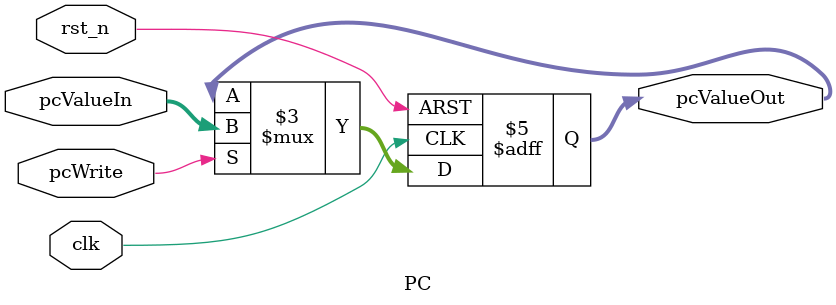
<source format=v>
module PC (
    input clk,
    input rst_n,
    input [31:0] pcValueIn,
    input pcWrite,
    output reg [31:0] pcValueOut
);
    always @(posedge clk or negedge rst_n) begin
        if (!rst_n)
            pcValueOut <= 32'd0;
        else if (pcWrite)
            pcValueOut <= pcValueIn;
    end
endmodule

</source>
